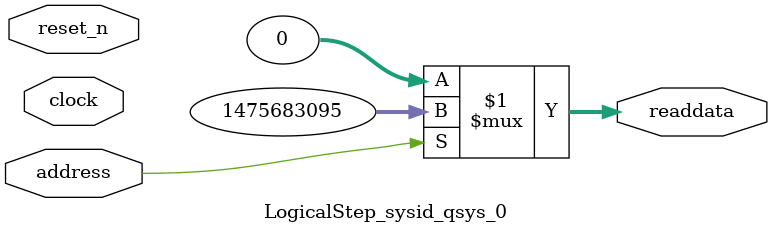
<source format=v>



// synthesis translate_off
`timescale 1ns / 1ps
// synthesis translate_on

// turn off superfluous verilog processor warnings 
// altera message_level Level1 
// altera message_off 10034 10035 10036 10037 10230 10240 10030 

module LogicalStep_sysid_qsys_0 (
               // inputs:
                address,
                clock,
                reset_n,

               // outputs:
                readdata
             )
;

  output  [ 31: 0] readdata;
  input            address;
  input            clock;
  input            reset_n;

  wire    [ 31: 0] readdata;
  //control_slave, which is an e_avalon_slave
  assign readdata = address ? 1475683095 : 0;

endmodule




</source>
